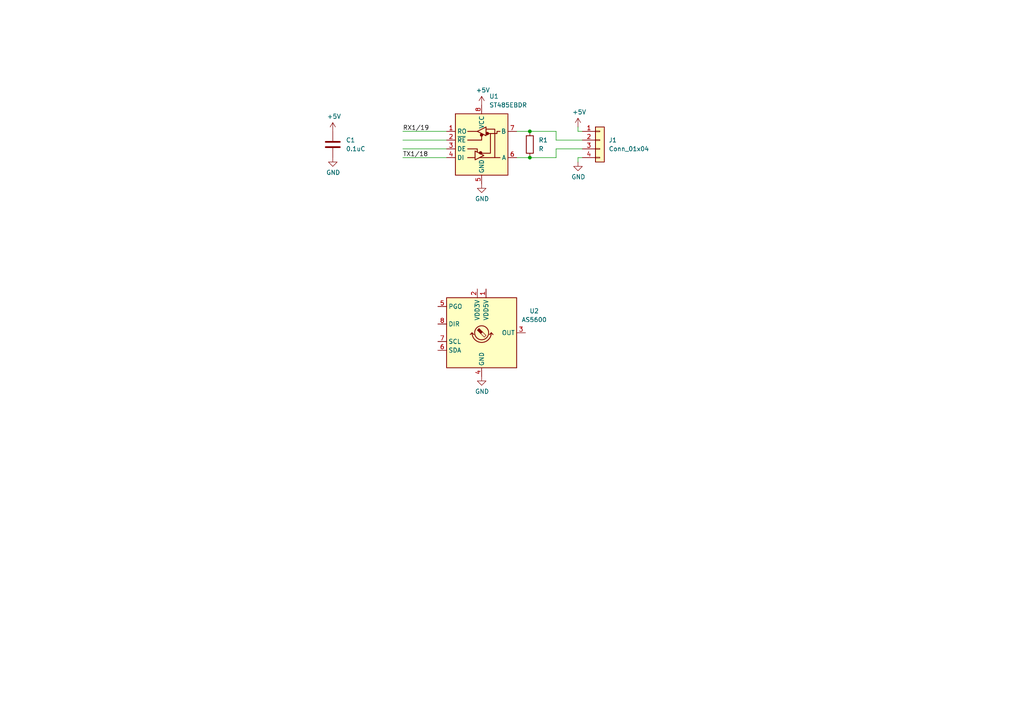
<source format=kicad_sch>
(kicad_sch (version 20231120) (generator "eeschema") (generator_version "8.0")
  (paper "A4")
  (lib_symbols
    (symbol "Connector_Generic:Conn_01x04" (pin_names (offset 1.016) hide)
      (property "Reference" "J" (at 0 5.08 0))
      (property "Value" "Conn_01x04" (at 0 -7.62 0))
      (symbol "Conn_01x04_1_1"
        (rectangle (start -1.27 -4.953) (end 0 -5.207) (stroke (width 0.1524)))
        (rectangle (start -1.27 -2.413) (end 0 -2.667) (stroke (width 0.1524)))
        (rectangle (start -1.27 0.127) (end 0 -0.127) (stroke (width 0.1524)))
        (rectangle (start -1.27 2.667) (end 0 2.413) (stroke (width 0.1524)))
        (rectangle (start -1.27 3.81) (end 1.27 -6.35) (stroke (width 0.254)) (fill (type background)))
        (pin passive line (at -5.08 2.54 0) (length 3.81) (name "Pin_1") (number "1"))
        (pin passive line (at -5.08 0 0) (length 3.81) (name "Pin_2") (number "2"))
        (pin passive line (at -5.08 -2.54 0) (length 3.81) (name "Pin_3") (number "3"))
        (pin passive line (at -5.08 -5.08 0) (length 3.81) (name "Pin_4") (number "4"))
      )
    )
    (symbol "Device:C" (pin_numbers hide) (pin_names (offset 0.254))
      (property "Reference" "C" (at 0.635 2.54 0))
      (property "Value" "C" (at 0.635 -2.54 0))
      (symbol "C_0_1"
        (polyline (pts (xy -2.032 -0.762) (xy 2.032 -0.762)) (stroke (width 0.508)))
        (polyline (pts (xy -2.032 0.762) (xy 2.032 0.762)) (stroke (width 0.508)))
      )
      (symbol "C_1_1"
        (pin passive line (at 0 3.81 270) (length 2.794) (name "~") (number "1"))
        (pin passive line (at 0 -3.81 90) (length 2.794) (name "~") (number "2"))
      )
    )
    (symbol "Device:R" (pin_numbers hide) (pin_names (offset 0))
      (property "Reference" "R" (at 2.032 0 90))
      (property "Value" "R" (at 0 0 90))
      (symbol "R_0_1"
        (rectangle (start -1.016 -2.54) (end 1.016 2.54) (stroke (width 0.254)))
      )
      (symbol "R_1_1"
        (pin passive line (at 0 3.81 270) (length 1.27) (name "~") (number "1"))
        (pin passive line (at 0 -3.81 90) (length 1.27) (name "~") (number "2"))
      )
    )
    (symbol "Interface_UART:ST485EBDR"
      (property "Reference" "U" (at -6.35 8.89 0))
      (property "Value" "ST485EBDR" (at 1.27 8.89 0))
      (symbol "ST485EBDR_0_1"
        (rectangle (start -7.62 7.62) (end 7.62 -10.16) (stroke (width 0.254)) (fill (type background)))
        (circle (center -0.3048 -3.683) (radius 0.3556) (stroke (width 0.254)) (fill (type outline)))
        (circle (center -0.0254 1.4986) (radius 0.3556) (stroke (width 0.254)) (fill (type outline)))
        (polyline (pts (xy -4.064 -5.08) (xy -1.905 -5.08)) (stroke (width 0.254)))
        (polyline (pts (xy -4.064 2.54) (xy -1.27 2.54)) (stroke (width 0.254)))
        (polyline (pts (xy -1.27 -3.2004) (xy -1.27 -3.4544)) (stroke (width 0.254)))
        (polyline (pts (xy -0.635 -5.08) (xy 5.334 -5.08)) (stroke (width 0.254)))
        (polyline (pts (xy -4.064 -2.54) (xy -1.27 -2.54) (xy -1.27 -3.175)) (stroke (width 0.254)))
        (polyline (pts (xy 0 1.27) (xy 0 0) (xy -4.064 0)) (stroke (width 0.254)))
        (polyline (pts (xy 1.27 3.175) (xy 3.81 3.175) (xy 3.81 -5.08)) (stroke (width 0.254)))
        (polyline (pts (xy 2.54 1.905) (xy 2.54 -3.81) (xy 0 -3.81)) (stroke (width 0.254)))
        (polyline (pts (xy -1.905 -3.175) (xy -1.905 -5.715) (xy 0.635 -4.445) (xy -1.905 -3.175)) (stroke (width 0.254)))
        (polyline (pts (xy -1.27 2.54) (xy 1.27 3.81) (xy 1.27 1.27) (xy -1.27 2.54)) (stroke (width 0.254)))
        (polyline (pts (xy 1.905 1.905) (xy 4.445 1.905) (xy 4.445 2.54) (xy 5.334 2.54)) (stroke (width 0.254)))
        (rectangle (start 1.27 3.175) (end 1.27 3.175))
        (circle (center 1.651 1.905) (radius 0.3556) (stroke (width 0.254)) (fill (type outline)))
      )
      (symbol "ST485EBDR_1_1"
        (pin output line (at -10.16 2.54 0) (length 2.54) (name "RO") (number "1"))
        (pin input line (at -10.16 0 0) (length 2.54) (name "~{RE}") (number "2"))
        (pin input line (at -10.16 -2.54 0) (length 2.54) (name "DE") (number "3"))
        (pin input line (at -10.16 -5.08 0) (length 2.54) (name "DI") (number "4"))
        (pin power_in line (at 0 -12.7 90) (length 2.54) (name "GND") (number "5"))
        (pin bidirectional line (at 10.16 -5.08 180) (length 2.54) (name "A") (number "6"))
        (pin bidirectional line (at 10.16 2.54 180) (length 2.54) (name "B") (number "7"))
        (pin power_in line (at 0 10.16 270) (length 2.54) (name "VCC") (number "8"))
      )
    )
    (symbol "Sensor_Magnetic_custom:AS5600"
      (property "Reference" "U" (at -10.16 11.43 0))
      (property "Value" "AS5600" (at 10.16 11.43 0))
      (symbol "AS5600_0_1"
        (rectangle (start -10.16 10.16) (end 10.16 -10.16) (stroke (width 0.254)) (fill (type background)))
        (arc (start -2.794 0) (mid 0 -2.7819) (end 2.794 0) (stroke (width 0.254)))
        (polyline (pts (xy -2.794 0) (xy -3.302 -0.508)) (stroke (width 0.254)))
        (polyline (pts (xy -2.794 0) (xy -2.286 -0.508)) (stroke (width 0.254)))
        (polyline (pts (xy 2.794 0) (xy 2.286 -0.508)) (stroke (width 0.254)))
        (polyline (pts (xy 2.794 0) (xy 3.302 -0.508)) (stroke (width 0.254)))
      )
      (symbol "AS5600_1_1"
        (polyline (pts (xy 0.254 0.254) (xy 1.27 -0.762) (xy 0.762 -1.27) (xy -0.254 -0.254)))
        (polyline (pts (xy -0.762 1.27) (xy 0.254 0.254) (xy -0.254 -0.254) (xy -1.27 0.762) (xy -1.016 1.016) (xy -0.762 1.27) (xy -0.635 1.143)) (fill (type outline)))
        (circle (center 0 0) (radius 2.032) (stroke (width 0.254)))
        (pin power_in line (at 1.27 12.7 270) (length 2.54) (name "VDD5V") (number "1"))
        (pin power_in line (at -1.27 12.7 270) (length 2.54) (name "VDD3V") (number "2"))
        (pin output line (at 12.7 0 180) (length 2.54) (name "OUT") (number "3"))
        (pin power_in line (at 0 -12.7 90) (length 2.54) (name "GND") (number "4"))
        (pin input line (at -12.7 7.62 0) (length 2.54) (name "PGO") (number "5"))
        (pin bidirectional line (at -12.7 -5.08 0) (length 2.54) (name "SDA") (number "6"))
        (pin input line (at -12.7 -2.54 0) (length 2.54) (name "SCL") (number "7"))
        (pin input line (at -12.7 2.54 0) (length 2.54) (name "DIR") (number "8"))
      )
    )
    (symbol "power:+5V" (power) (pin_names (offset 0))
      (property "Value" "+5V" (at 0 3.556 0))
      (symbol "+5V_0_1"
        (polyline (pts (xy -0.762 1.27) (xy 0 2.54)))
        (polyline (pts (xy 0 0) (xy 0 2.54)))
        (polyline (pts (xy 0 2.54) (xy 0.762 1.27)))
      )
      (symbol "+5V_1_1"
        (pin power_in line (at 0 0 90) (length 0) hide (name "+5V") (number "1"))
      )
    )
    (symbol "power:GND" (power) (pin_names (offset 0))
      (property "Value" "GND" (at 0 -3.81 0))
      (symbol "GND_0_1"
        (polyline (pts (xy 0 0) (xy 0 -1.27) (xy 1.27 -1.27) (xy 0 -2.54) (xy -1.27 -1.27) (xy 0 -1.27)))
      )
      (symbol "GND_1_1"
        (pin power_in line (at 0 0 270) (length 0) hide (name "GND") (number "1"))
      )
    )
  )
  (junction (at 153.67 45.72))
  (junction (at 153.67 38.1))
  (wire (pts (xy 167.64 38.1) (xy 168.91 38.1)))
  (wire (pts (xy 129.54 43.18) (xy 116.84 43.18)))
  (wire (pts (xy 167.64 36.83) (xy 167.64 38.1)))
  (wire (pts (xy 129.54 40.64) (xy 116.84 40.64)))
  (wire (pts (xy 129.54 38.1) (xy 116.84 38.1)))
  (wire (pts (xy 149.86 45.72) (xy 153.67 45.72)))
  (wire (pts (xy 129.54 45.72) (xy 116.84 45.72)))
  (wire (pts (xy 168.91 45.72) (xy 167.64 45.72)))
  (wire (pts (xy 161.29 40.64) (xy 168.91 40.64)))
  (wire (pts (xy 161.29 43.18) (xy 161.29 45.72)))
  (wire (pts (xy 167.64 45.72) (xy 167.64 46.99)))
  (wire (pts (xy 153.67 38.1) (xy 161.29 38.1)))
  (wire (pts (xy 161.29 38.1) (xy 161.29 40.64)))
  (wire (pts (xy 168.91 43.18) (xy 161.29 43.18)))
  (wire (pts (xy 149.86 38.1) (xy 153.67 38.1)))
  (wire (pts (xy 161.29 45.72) (xy 153.67 45.72)))
  (label "RX1{slash}19" (at 116.84 38.1 0))
  (label "TX1{slash}18" (at 116.84 45.72 0))
  (symbol (lib_id "Sensor_Magnetic_custom:AS5600") (at 139.7 96.52 0) (unit 1)
    (property "Reference" "U2" (at 154.94 90.2014 0))
    (property "Value" "AS5600" (at 154.94 92.7414 0))
    (property "Footprint" "Package_SO:SOIC-8_3.9x4.9mm_P1.27mm" (effects (hide yes)))
    (property "Datasheet" "https://look.ams-osram.com/m/7059eac7531a86fd/original/AS5600-DS000365.pdf" (effects (hide yes)))
    (property "Description" "12-Bit Programmable Contactless Potentiometer" (effects (hide yes)))
  )
  (symbol (lib_id "power:GND") (at 139.7 109.22 0) (unit 1)
    (property "Reference" "#PWR07" (effects (hide yes)))
    (property "Value" "GND" (at 139.8143 113.5444 0))
  )
  (symbol (lib_id "power:+5V") (at 139.7 30.48 0) (unit 1)
    (property "Reference" "#PWR03" (effects (hide yes)))
    (property "Value" "+5V" (at 140.0683 26.1556 0))
  )
  (symbol (lib_id "Connector_Generic:Conn_01x04") (at 173.99 40.64 0) (unit 1)
    (property "Reference" "J1" (at 176.53 40.6399 0) (effects (justify left)))
    (property "Value" "Conn_01x04" (at 176.53 43.1799 0) (effects (justify left)))
    (property "Footprint" "Connector_JST:JST_EH_B4B-EH-A_1x04_P2.50mm_Vertical" (effects (hide yes)))
    (property "Description" "Generic connector, single row, 01x04, script generated (kicad-library-utils/schlib/autogen/connector/)" (effects (hide yes)))
  )
  (symbol (lib_id "power:GND") (at 167.64 46.99 0) (unit 1)
    (property "Reference" "#PWR06" (effects (hide yes)))
    (property "Value" "GND" (at 167.7543 51.3144 0))
  )
  (symbol (lib_id "power:GND") (at 96.52 45.72 0) (unit 1)
    (property "Reference" "#PWR02" (effects (hide yes)))
    (property "Value" "GND" (at 96.6343 50.0444 0))
  )
  (symbol (lib_id "power:+5V") (at 167.64 36.83 0) (unit 1)
    (property "Reference" "#PWR05" (effects (hide yes)))
    (property "Value" "+5V" (at 168.0083 32.5056 0))
  )
  (symbol (lib_id "Device:C") (at 96.52 41.91 0) (unit 1)
    (property "Reference" "C1" (at 100.33 40.6399 0) (effects (justify left)))
    (property "Value" "0.1uC" (at 100.33 43.1799 0) (effects (justify left)))
    (property "Footprint" "Capacitor_SMD:C_0805_2012Metric" (effects (hide yes)))
    (property "Description" "Unpolarized capacitor" (effects (hide yes)))
  )
  (symbol (lib_id "power:+5V") (at 96.52 38.1 0) (unit 1)
    (property "Reference" "#PWR01" (effects (hide yes)))
    (property "Value" "+5V" (at 96.8883 33.7756 0))
  )
  (symbol (lib_id "Interface_UART:ST485EBDR") (at 139.7 40.64 0) (unit 1)
    (property "Reference" "U1" (at 141.8941 27.94 0) (effects (justify left)))
    (property "Value" "ST485EBDR" (at 141.8941 30.48 0) (effects (justify left)))
    (property "Footprint" "Package_SO:SOIC-8_3.9x4.9mm_P1.27mm" (effects (hide yes)))
    (property "Datasheet" "http://www.st.com/resource/en/datasheet/st485eb.pdf" (effects (hide yes)))
    (property "Description" "Half duplex RS-485/RS-422, 5 Mbps, ±15kV electro-static discharge (ESD) protection, no slew-rate, with low-power shutdown, with receiver/driver enable, 256 transceiver on the bus - 40 to 85 °C, SOIC-8" (effects (hide yes)))
  )
  (symbol (lib_id "Device:R") (at 153.67 41.91 0) (unit 1)
    (property "Reference" "R1" (at 156.21 40.6399 0) (effects (justify left)))
    (property "Value" "R" (at 156.21 43.1799 0) (effects (justify left)))
    (property "Description" "Resistor" (effects (hide yes)))
  )
  (symbol (lib_id "power:GND") (at 139.7 53.34 0) (unit 1)
    (property "Reference" "#PWR04" (effects (hide yes)))
    (property "Value" "GND" (at 139.8143 57.6644 0))
  )
)
</source>
